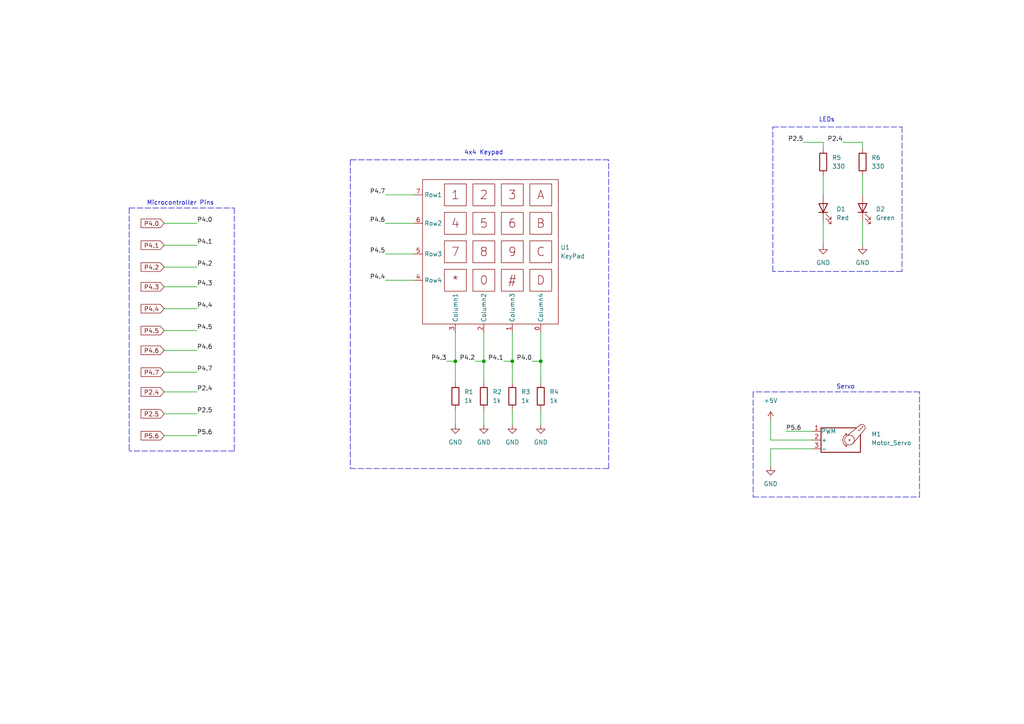
<source format=kicad_sch>
(kicad_sch (version 20211123) (generator eeschema)
  (paper "A4")
  (title_block (title "SmartSafe Functional Product Schematic") (date "2024-02-04") (rev "1") (company "ECE230 - Rose-Hulman Institute of Technology") (comment 1 "Author: Timothy Ausec"))
  (lib_symbols
    (symbol "Device:LED" (pin_numbers hide) (pin_names (offset 1.016) hide)
      (property "Reference" "D" (at 0 2.54 0))
      (property "Value" "LED" (at 0 -2.54 0))
      (symbol "LED_0_1"
        (polyline (pts (xy -1.27 -1.27) (xy -1.27 1.27)) (stroke (width 0.254)))
        (polyline (pts (xy -1.27 0) (xy 1.27 0)))
        (polyline (pts (xy 1.27 -1.27) (xy 1.27 1.27) (xy -1.27 0) (xy 1.27 -1.27)) (stroke (width 0.254)))
        (polyline (pts (xy -3.048 -0.762) (xy -4.572 -2.286) (xy -3.81 -2.286) (xy -4.572 -2.286) (xy -4.572 -1.524)))
        (polyline (pts (xy -1.778 -0.762) (xy -3.302 -2.286) (xy -2.54 -2.286) (xy -3.302 -2.286) (xy -3.302 -1.524)))
      )
      (symbol "LED_1_1"
        (pin passive line (at -3.81 0 0) (length 2.54) (name "K") (number "1"))
        (pin passive line (at 3.81 0 180) (length 2.54) (name "A") (number "2"))
      )
    )
    (symbol "Device:R" (pin_numbers hide) (pin_names (offset 0))
      (property "Reference" "R" (at 2.032 0 90))
      (property "Value" "R" (at 0 0 90))
      (symbol "R_0_1"
        (rectangle (start -1.016 -2.54) (end 1.016 2.54) (stroke (width 0.254)))
      )
      (symbol "R_1_1"
        (pin passive line (at 0 3.81 270) (length 1.27) (name "~") (number "1"))
        (pin passive line (at 0 -3.81 90) (length 1.27) (name "~") (number "2"))
      )
    )
    (symbol "Motor:Motor_Servo" (pin_names (offset 0.0254))
      (property "Reference" "M" (at -5.08 4.445 0))
      (property "Value" "Motor_Servo" (at -5.08 -4.064 0))
      (symbol "Motor_Servo_0_1"
        (polyline (pts (xy 2.413 -1.778) (xy 2.032 -1.778)))
        (polyline (pts (xy 2.413 -1.778) (xy 2.286 -1.397)))
        (polyline (pts (xy 2.413 1.778) (xy 1.905 1.778)))
        (polyline (pts (xy 2.413 1.778) (xy 2.286 1.397)))
        (polyline (pts (xy 6.35 4.445) (xy 2.54 1.27)))
        (polyline (pts (xy 7.62 3.175) (xy 4.191 -1.016)))
        (polyline (pts (xy 5.08 3.556) (xy -5.08 3.556) (xy -5.08 -3.556) (xy 6.35 -3.556) (xy 6.35 1.524)) (stroke (width 0.254)))
        (arc (start 2.413 1.778) (mid 1.2406 0) (end 2.413 -1.778))
        (circle (center 3.175 0) (radius 0.1778))
        (circle (center 3.175 0) (radius 1.4224))
        (circle (center 5.969 2.794) (radius 0.127))
        (circle (center 6.477 3.302) (radius 0.127))
        (circle (center 6.985 3.81) (radius 0.127))
        (arc (start 7.62 3.175) (mid 7.4485 4.2735) (end 6.35 4.445))
      )
      (symbol "Motor_Servo_1_1"
        (pin passive line (at -7.62 2.54 0) (length 2.54) (name "PWM") (number "1"))
        (pin passive line (at -7.62 0 0) (length 2.54) (name "+") (number "2"))
        (pin passive line (at -7.62 -2.54 0) (length 2.54) (name "-") (number "3"))
      )
    )
    (symbol "SmartSafeLibrary:KeyPad"
      (property "Reference" "U" (at 0 19.05 0))
      (property "Value" "KeyPad" (at 0 22.86 0))
      (symbol "KeyPad_0_0"
        (text "#" (at 4.445 -12.7 0) (effects (font (size 2.5 2.5))))
        (text "*" (at -12.065 -12.7 0) (effects (font (size 2.5 2.5))))
        (text "0" (at -3.81 -12.7 0) (effects (font (size 2.5 2.5))))
        (text "1" (at -12.065 12.065 0) (effects (font (size 2.5 2.5))))
        (text "2" (at -3.81 12.065 0) (effects (font (size 2.5 2.5))))
        (text "3" (at 4.445 12.065 0) (effects (font (size 2.5 2.5))))
        (text "4" (at -12.065 3.81 0) (effects (font (size 2.5 2.5))))
        (text "5" (at -3.81 3.81 0) (effects (font (size 2.5 2.5))))
        (text "6" (at 4.445 3.81 0) (effects (font (size 2.5 2.5))))
        (text "7" (at -12.065 -4.445 0) (effects (font (size 2.5 2.5))))
        (text "8" (at -3.81 -4.445 0) (effects (font (size 2.5 2.5))))
        (text "9" (at 4.445 -4.445 0) (effects (font (size 2.5 2.5))))
        (text "A" (at 12.7 12.065 0) (effects (font (size 2.5 2.5))))
        (text "B" (at 12.7 3.81 0) (effects (font (size 2.5 2.5))))
        (text "C" (at 12.7 -4.445 0) (effects (font (size 2.5 2.5))))
        (text "D" (at 12.7 -12.7 0) (effects (font (size 2.5 2.5))))
      )
      (symbol "KeyPad_0_1"
        (rectangle (start -21.59 16.51) (end 17.78 -25.4))
        (rectangle (start -15.24 -9.525) (end -8.89 -15.875))
        (rectangle (start -15.24 -1.27) (end -8.89 -7.62))
        (rectangle (start -15.24 6.985) (end -8.89 0.635))
        (rectangle (start -15.24 15.24) (end -8.89 8.89))
        (rectangle (start -6.985 -9.525) (end -0.635 -15.875))
        (rectangle (start -6.985 -1.27) (end -0.635 -7.62))
        (rectangle (start -6.985 6.985) (end -0.635 0.635))
        (rectangle (start -6.985 15.24) (end -0.635 8.89))
        (rectangle (start 1.27 -9.525) (end 7.62 -15.875))
        (rectangle (start 1.27 -1.27) (end 7.62 -7.62))
        (rectangle (start 1.27 6.985) (end 7.62 0.635))
        (rectangle (start 1.27 15.24) (end 7.62 8.89))
        (rectangle (start 9.525 -9.525) (end 15.875 -15.875))
        (rectangle (start 9.525 -1.27) (end 15.875 -7.62))
        (rectangle (start 9.525 6.985) (end 15.875 0.635))
        (rectangle (start 9.525 15.24) (end 15.875 8.89))
      )
      (symbol "KeyPad_1_1"
        (pin output line (at 12.7 -27.94 90) (length 2.54) (name "Column4") (number "0"))
        (pin output line (at 4.445 -27.94 90) (length 2.54) (name "Column3") (number "1"))
        (pin output line (at -3.81 -27.94 90) (length 2.54) (name "Column2") (number "2"))
        (pin output line (at -12.065 -27.94 90) (length 2.54) (name "Column1") (number "3"))
        (pin input line (at -24.13 -12.7 0) (length 2.54) (name "Row4") (number "4"))
        (pin input line (at -24.13 -5.08 0) (length 2.54) (name "Row3") (number "5"))
        (pin input line (at -24.13 3.81 0) (length 2.54) (name "Row2") (number "6"))
        (pin input line (at -24.13 12.065 0) (length 2.54) (name "Row1") (number "7"))
      )
    )
    (symbol "power:+5V" (power) (pin_names (offset 0))
      (property "Value" "+5V" (at 0 3.556 0))
      (symbol "+5V_0_1"
        (polyline (pts (xy -0.762 1.27) (xy 0 2.54)))
        (polyline (pts (xy 0 0) (xy 0 2.54)))
        (polyline (pts (xy 0 2.54) (xy 0.762 1.27)))
      )
      (symbol "+5V_1_1"
        (pin power_in line (at 0 0 90) (length 0) hide (name "+5V") (number "1"))
      )
    )
    (symbol "power:GND" (power) (pin_names (offset 0))
      (property "Value" "GND" (at 0 -3.81 0))
      (symbol "GND_0_1"
        (polyline (pts (xy 0 0) (xy 0 -1.27) (xy 1.27 -1.27) (xy 0 -2.54) (xy -1.27 -1.27) (xy 0 -1.27)))
      )
      (symbol "GND_1_1"
        (pin power_in line (at 0 0 270) (length 0) hide (name "GND") (number "1"))
      )
    )
  )
  (junction (at 140.335 104.775))
  (junction (at 148.59 104.775))
  (junction (at 132.08 104.775))
  (junction (at 156.845 104.775))
  (wire (pts (xy 156.845 96.52) (xy 156.845 104.775)))
  (wire (pts (xy 137.795 104.775) (xy 140.335 104.775)))
  (wire (pts (xy 47.625 126.365) (xy 57.15 126.365)))
  (wire (pts (xy 223.52 130.175) (xy 223.52 135.255)))
  (wire (pts (xy 148.59 104.775) (xy 148.59 111.125)))
  (wire (pts (xy 250.19 50.8) (xy 250.19 56.515)))
  (polyline (pts (xy 261.62 36.83) (xy 261.62 78.74)))
  (wire (pts (xy 47.625 64.77) (xy 57.15 64.77)))
  (wire (pts (xy 140.335 104.775) (xy 140.335 111.125)))
  (polyline (pts (xy 67.945 130.81) (xy 37.465 130.81)))
  (wire (pts (xy 47.625 95.885) (xy 57.15 95.885)))
  (polyline (pts (xy 67.945 60.325) (xy 67.945 130.81)))
  (polyline (pts (xy 224.155 36.83) (xy 261.62 36.83)))
  (wire (pts (xy 154.305 104.775) (xy 156.845 104.775)))
  (polyline (pts (xy 176.53 135.89) (xy 176.53 46.355)))
  (polyline (pts (xy 266.7 113.665) (xy 218.44 113.665)))
  (polyline (pts (xy 224.155 78.74) (xy 224.155 36.83)))
  (polyline (pts (xy 101.6 135.89) (xy 176.53 135.89)))
  (wire (pts (xy 250.19 41.275) (xy 244.475 41.275)))
  (wire (pts (xy 47.625 120.015) (xy 57.15 120.015)))
  (polyline (pts (xy 176.53 46.355) (xy 101.6 46.355)))
  (wire (pts (xy 47.625 71.12) (xy 57.15 71.12)))
  (polyline (pts (xy 266.7 144.145) (xy 266.7 113.665)))
  (wire (pts (xy 250.19 43.18) (xy 250.19 41.275)))
  (polyline (pts (xy 218.44 113.665) (xy 218.44 144.145)))
  (wire (pts (xy 47.625 113.665) (xy 57.15 113.665)))
  (wire (pts (xy 146.05 104.775) (xy 148.59 104.775)))
  (wire (pts (xy 148.59 118.745) (xy 148.59 123.19)))
  (wire (pts (xy 47.625 107.95) (xy 57.15 107.95)))
  (polyline (pts (xy 261.62 78.74) (xy 224.155 78.74)))
  (wire (pts (xy 238.76 43.18) (xy 238.76 41.275)))
  (wire (pts (xy 227.965 125.095) (xy 235.585 125.095)))
  (wire (pts (xy 129.54 104.775) (xy 132.08 104.775)))
  (wire (pts (xy 111.76 81.28) (xy 120.015 81.28)))
  (polyline (pts (xy 218.44 144.145) (xy 266.7 144.145)))
  (wire (pts (xy 238.76 64.135) (xy 238.76 71.12)))
  (wire (pts (xy 132.08 118.745) (xy 132.08 123.19)))
  (wire (pts (xy 156.845 118.745) (xy 156.845 123.19)))
  (wire (pts (xy 235.585 130.175) (xy 223.52 130.175)))
  (wire (pts (xy 47.625 89.535) (xy 57.15 89.535)))
  (wire (pts (xy 156.845 104.775) (xy 156.845 111.125)))
  (wire (pts (xy 132.08 96.52) (xy 132.08 104.775)))
  (wire (pts (xy 132.08 104.775) (xy 132.08 111.125)))
  (wire (pts (xy 47.625 77.47) (xy 57.15 77.47)))
  (wire (pts (xy 148.59 96.52) (xy 148.59 104.775)))
  (wire (pts (xy 111.76 56.515) (xy 120.015 56.515)))
  (wire (pts (xy 238.76 41.275) (xy 233.045 41.275)))
  (wire (pts (xy 238.76 50.8) (xy 238.76 56.515)))
  (wire (pts (xy 140.335 118.745) (xy 140.335 123.19)))
  (wire (pts (xy 111.76 73.66) (xy 120.015 73.66)))
  (wire (pts (xy 235.585 127.635) (xy 223.52 127.635)))
  (polyline (pts (xy 101.6 46.355) (xy 101.6 135.89)))
  (wire (pts (xy 250.19 64.135) (xy 250.19 71.12)))
  (polyline (pts (xy 37.465 60.325) (xy 67.945 60.325)))
  (wire (pts (xy 223.52 127.635) (xy 223.52 121.92)))
  (polyline (pts (xy 37.465 60.325) (xy 37.465 130.81)))
  (wire (pts (xy 140.335 96.52) (xy 140.335 104.775)))
  (wire (pts (xy 47.625 101.6) (xy 57.15 101.6)))
  (wire (pts (xy 111.76 64.77) (xy 120.015 64.77)))
  (wire (pts (xy 47.625 83.185) (xy 57.15 83.185)))
  (text "Microcontroller Pins" (at 42.545 59.69 0) (effects (font (size 1.27 1.27)) (justify left bottom)))
  (text "4x4 Keypad" (at 134.62 45.085 0) (effects (font (size 1.27 1.27)) (justify left bottom)))
  (text "Servo" (at 242.57 113.03 0) (effects (font (size 1.27 1.27)) (justify left bottom)))
  (text "LEDs" (at 237.49 35.56 0) (effects (font (size 1.27 1.27)) (justify left bottom)))
  (label "P4.4" (at 111.76 81.28 180))
  (label "P5.6" (at 227.965 125.095 0))
  (label "P2.5" (at 57.15 120.015 0))
  (label "P4.4" (at 57.15 89.535 0))
  (label "P4.6" (at 111.76 64.77 180))
  (label "P2.5" (at 233.045 41.275 180))
  (label "P4.0" (at 57.15 64.77 0))
  (label "P2.4" (at 57.15 113.665 0))
  (label "P2.4" (at 244.475 41.275 180))
  (label "P4.1" (at 57.15 71.12 0))
  (label "P4.5" (at 57.15 95.885 0))
  (label "P4.6" (at 57.15 101.6 0))
  (label "P4.3" (at 57.15 83.185 0))
  (label "P4.7" (at 57.15 107.95 0))
  (label "P4.3" (at 129.54 104.775 180))
  (label "P5.6" (at 57.15 126.365 0))
  (label "P4.2" (at 57.15 77.47 0))
  (label "P4.1" (at 146.05 104.775 180))
  (label "P4.5" (at 111.76 73.66 180))
  (label "P4.7" (at 111.76 56.515 180))
  (label "P4.2" (at 137.795 104.775 180))
  (label "P4.0" (at 154.305 104.775 180))
  (global_label "P2.4" (shape input) (at 47.625 113.665 180) (property "Intersheet References" "${INTERSHEET_REFS}" (effects hide)))
  (global_label "P4.4" (shape input) (at 47.625 89.535 180) (property "Intersheet References" "${INTERSHEET_REFS}" (effects hide)))
  (global_label "P2.5" (shape input) (at 47.625 120.015 180) (property "Intersheet References" "${INTERSHEET_REFS}" (effects hide)))
  (global_label "P4.1" (shape input) (at 47.625 71.12 180) (property "Intersheet References" "${INTERSHEET_REFS}" (effects hide)))
  (global_label "P4.5" (shape input) (at 47.625 95.885 180) (property "Intersheet References" "${INTERSHEET_REFS}" (effects hide)))
  (global_label "P4.7" (shape input) (at 47.625 107.95 180) (property "Intersheet References" "${INTERSHEET_REFS}" (effects hide)))
  (global_label "P4.2" (shape input) (at 47.625 77.47 180) (property "Intersheet References" "${INTERSHEET_REFS}" (effects hide)))
  (global_label "P4.0" (shape input) (at 47.625 64.77 180) (property "Intersheet References" "${INTERSHEET_REFS}" (effects hide)))
  (global_label "P4.6" (shape input) (at 47.625 101.6 180) (property "Intersheet References" "${INTERSHEET_REFS}" (effects hide)))
  (global_label "P4.3" (shape input) (at 47.625 83.185 180) (property "Intersheet References" "${INTERSHEET_REFS}" (effects hide)))
  (global_label "P5.6" (shape input) (at 47.625 126.365 180) (property "Intersheet References" "${INTERSHEET_REFS}" (effects hide)))
  (symbol (lib_id "power:GND") (at 238.76 71.12 0) (unit 1)
    (property "Reference" "#PWR07" (effects hide))
    (property "Value" "GND" (at 238.76 76.2 0))
  )
  (symbol (lib_id "Device:R") (at 250.19 46.99 0) (unit 1)
    (property "Reference" "R6" (at 252.73 45.7199 0) (effects (justify left)))
    (property "Value" "330" (at 252.73 48.2599 0) (effects (justify left)))
  )
  (symbol (lib_id "power:GND") (at 156.845 123.19 0) (unit 1)
    (property "Reference" "#PWR06" (effects hide))
    (property "Value" "GND" (at 156.845 128.27 0))
  )
  (symbol (lib_id "power:GND") (at 148.59 123.19 0) (unit 1)
    (property "Reference" "#PWR05" (effects hide))
    (property "Value" "GND" (at 148.59 128.27 0))
  )
  (symbol (lib_id "Device:LED") (at 238.76 60.325 90) (unit 1)
    (property "Reference" "D1" (at 242.57 60.6424 90) (effects (justify right)))
    (property "Value" "Red" (at 242.57 63.1824 90) (effects (justify right)))
  )
  (symbol (lib_id "Motor:Motor_Servo") (at 243.205 127.635 0) (unit 1)
    (property "Reference" "M1" (at 252.73 125.9315 0) (effects (justify left)))
    (property "Value" "Motor_Servo" (at 252.73 128.4715 0) (effects (justify left)))
    (property "Datasheet" "http://forums.parallax.com/uploads/attachments/46831/74481.png" (effects hide))
  )
  (symbol (lib_id "Device:R") (at 140.335 114.935 0) (unit 1)
    (property "Reference" "R2" (at 142.875 113.6649 0) (effects (justify left)))
    (property "Value" "1k" (at 142.875 116.2049 0) (effects (justify left)))
  )
  (symbol (lib_id "power:GND") (at 250.19 71.12 0) (unit 1)
    (property "Reference" "#PWR08" (effects hide))
    (property "Value" "GND" (at 250.19 76.2 0))
  )
  (symbol (lib_id "power:GND") (at 132.08 123.19 0) (unit 1)
    (property "Reference" "#PWR03" (effects hide))
    (property "Value" "GND" (at 132.08 128.27 0))
  )
  (symbol (lib_id "power:+5V") (at 223.52 121.92 0) (unit 1)
    (property "Reference" "#PWR01" (effects hide))
    (property "Value" "+5V" (at 223.52 116.205 0))
  )
  (symbol (lib_id "Device:R") (at 238.76 46.99 0) (unit 1)
    (property "Reference" "R5" (at 241.3 45.7199 0) (effects (justify left)))
    (property "Value" "330" (at 241.3 48.2599 0) (effects (justify left)))
  )
  (symbol (lib_id "Device:R") (at 156.845 114.935 0) (unit 1)
    (property "Reference" "R4" (at 159.385 113.6649 0) (effects (justify left)))
    (property "Value" "1k" (at 159.385 116.2049 0) (effects (justify left)))
  )
  (symbol (lib_id "Device:LED") (at 250.19 60.325 90) (unit 1)
    (property "Reference" "D2" (at 254 60.6424 90) (effects (justify right)))
    (property "Value" "Green" (at 254 63.1824 90) (effects (justify right)))
  )
  (symbol (lib_id "power:GND") (at 140.335 123.19 0) (unit 1)
    (property "Reference" "#PWR04" (effects hide))
    (property "Value" "GND" (at 140.335 128.27 0))
  )
  (symbol (lib_id "power:GND") (at 223.52 135.255 0) (unit 1)
    (property "Reference" "#PWR02" (effects hide))
    (property "Value" "GND" (at 223.52 140.335 0))
  )
  (symbol (lib_id "Device:R") (at 148.59 114.935 0) (unit 1)
    (property "Reference" "R3" (at 151.13 113.6649 0) (effects (justify left)))
    (property "Value" "1k" (at 151.13 116.2049 0) (effects (justify left)))
  )
  (symbol (lib_id "SmartSafeLibrary:KeyPad") (at 144.145 68.58 0) (unit 1)
    (property "Reference" "U1" (at 162.56 71.7549 0) (effects (justify left)))
    (property "Value" "KeyPad" (at 162.56 74.2949 0) (effects (justify left)))
  )
  (symbol (lib_id "Device:R") (at 132.08 114.935 0) (unit 1)
    (property "Reference" "R1" (at 134.62 113.6649 0) (effects (justify left)))
    (property "Value" "1k" (at 134.62 116.2049 0) (effects (justify left)))
  )
)
</source>
